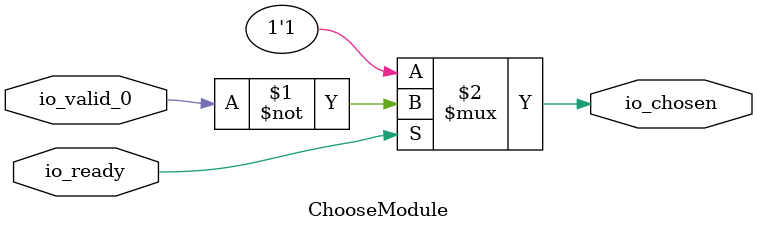
<source format=v>
module ChooseModule(
    input  io_valid_0,
    input  io_ready,
    output io_chosen
);

  assign io_chosen = io_ready ? ~io_valid_0 : 1'b1; 

endmodule
</source>
